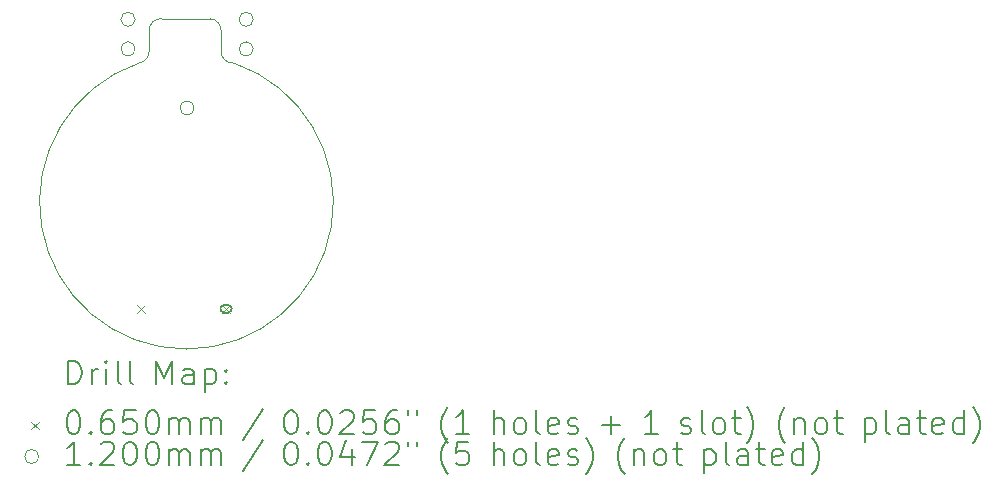
<source format=gbr>
%TF.GenerationSoftware,KiCad,Pcbnew,(7.0.0)*%
%TF.CreationDate,2023-10-08T10:20:44-07:00*%
%TF.ProjectId,Dot-LED,446f742d-4c45-4442-9e6b-696361645f70,rev?*%
%TF.SameCoordinates,Original*%
%TF.FileFunction,Drillmap*%
%TF.FilePolarity,Positive*%
%FSLAX45Y45*%
G04 Gerber Fmt 4.5, Leading zero omitted, Abs format (unit mm)*
G04 Created by KiCad (PCBNEW (7.0.0)) date 2023-10-08 10:20:44*
%MOMM*%
%LPD*%
G01*
G04 APERTURE LIST*
%ADD10C,0.125000*%
%ADD11C,0.200000*%
%ADD12C,0.065000*%
%ADD13C,0.120000*%
G04 APERTURE END LIST*
D10*
X12905000Y-4025000D02*
X12493877Y-4024014D01*
X12993807Y-4125485D02*
G75*
G03*
X12905000Y-4025000I-101247J5D01*
G01*
X12299829Y-4399498D02*
G75*
G03*
X13103063Y-4400485I400170J-1177811D01*
G01*
X12384497Y-4299014D02*
X12383378Y-4124014D01*
X12298377Y-4399009D02*
G75*
G03*
X12384497Y-4299014I-14998J99999D01*
G01*
X12992556Y-4300485D02*
G75*
G03*
X13103063Y-4400485I100504J5D01*
G01*
X12992565Y-4300485D02*
X12993683Y-4125485D01*
X12493878Y-4024007D02*
G75*
G03*
X12383378Y-4124014I-9998J-100003D01*
G01*
D11*
D12*
X12282500Y-6447500D02*
X12347500Y-6512500D01*
X12347500Y-6447500D02*
X12282500Y-6512500D01*
X13002500Y-6447500D02*
X13067500Y-6512500D01*
X13067500Y-6447500D02*
X13002500Y-6512500D01*
D11*
X13020000Y-6512500D02*
X13050000Y-6512500D01*
X13050000Y-6512500D02*
G75*
G03*
X13050000Y-6447500I0J32500D01*
G01*
X13050000Y-6447500D02*
X13020000Y-6447500D01*
X13020000Y-6447500D02*
G75*
G03*
X13020000Y-6512500I0J-32500D01*
G01*
D13*
X12265000Y-4030000D02*
G75*
G03*
X12265000Y-4030000I-60000J0D01*
G01*
X12265000Y-4280000D02*
G75*
G03*
X12265000Y-4280000I-60000J0D01*
G01*
X12765000Y-4780000D02*
G75*
G03*
X12765000Y-4780000I-60000J0D01*
G01*
X13265000Y-4030000D02*
G75*
G03*
X13265000Y-4030000I-60000J0D01*
G01*
X13265000Y-4280000D02*
G75*
G03*
X13265000Y-4280000I-60000J0D01*
G01*
D11*
X11697433Y-7120971D02*
X11697433Y-6920971D01*
X11697433Y-6920971D02*
X11745052Y-6920971D01*
X11745052Y-6920971D02*
X11773624Y-6930495D01*
X11773624Y-6930495D02*
X11792671Y-6949543D01*
X11792671Y-6949543D02*
X11802195Y-6968590D01*
X11802195Y-6968590D02*
X11811719Y-7006686D01*
X11811719Y-7006686D02*
X11811719Y-7035257D01*
X11811719Y-7035257D02*
X11802195Y-7073352D01*
X11802195Y-7073352D02*
X11792671Y-7092400D01*
X11792671Y-7092400D02*
X11773624Y-7111447D01*
X11773624Y-7111447D02*
X11745052Y-7120971D01*
X11745052Y-7120971D02*
X11697433Y-7120971D01*
X11897433Y-7120971D02*
X11897433Y-6987638D01*
X11897433Y-7025733D02*
X11906957Y-7006686D01*
X11906957Y-7006686D02*
X11916481Y-6997162D01*
X11916481Y-6997162D02*
X11935528Y-6987638D01*
X11935528Y-6987638D02*
X11954576Y-6987638D01*
X12021243Y-7120971D02*
X12021243Y-6987638D01*
X12021243Y-6920971D02*
X12011719Y-6930495D01*
X12011719Y-6930495D02*
X12021243Y-6940019D01*
X12021243Y-6940019D02*
X12030766Y-6930495D01*
X12030766Y-6930495D02*
X12021243Y-6920971D01*
X12021243Y-6920971D02*
X12021243Y-6940019D01*
X12145052Y-7120971D02*
X12126005Y-7111447D01*
X12126005Y-7111447D02*
X12116481Y-7092400D01*
X12116481Y-7092400D02*
X12116481Y-6920971D01*
X12249814Y-7120971D02*
X12230766Y-7111447D01*
X12230766Y-7111447D02*
X12221243Y-7092400D01*
X12221243Y-7092400D02*
X12221243Y-6920971D01*
X12446005Y-7120971D02*
X12446005Y-6920971D01*
X12446005Y-6920971D02*
X12512671Y-7063828D01*
X12512671Y-7063828D02*
X12579338Y-6920971D01*
X12579338Y-6920971D02*
X12579338Y-7120971D01*
X12760290Y-7120971D02*
X12760290Y-7016209D01*
X12760290Y-7016209D02*
X12750766Y-6997162D01*
X12750766Y-6997162D02*
X12731719Y-6987638D01*
X12731719Y-6987638D02*
X12693624Y-6987638D01*
X12693624Y-6987638D02*
X12674576Y-6997162D01*
X12760290Y-7111447D02*
X12741243Y-7120971D01*
X12741243Y-7120971D02*
X12693624Y-7120971D01*
X12693624Y-7120971D02*
X12674576Y-7111447D01*
X12674576Y-7111447D02*
X12665052Y-7092400D01*
X12665052Y-7092400D02*
X12665052Y-7073352D01*
X12665052Y-7073352D02*
X12674576Y-7054305D01*
X12674576Y-7054305D02*
X12693624Y-7044781D01*
X12693624Y-7044781D02*
X12741243Y-7044781D01*
X12741243Y-7044781D02*
X12760290Y-7035257D01*
X12855528Y-6987638D02*
X12855528Y-7187638D01*
X12855528Y-6997162D02*
X12874576Y-6987638D01*
X12874576Y-6987638D02*
X12912671Y-6987638D01*
X12912671Y-6987638D02*
X12931719Y-6997162D01*
X12931719Y-6997162D02*
X12941243Y-7006686D01*
X12941243Y-7006686D02*
X12950766Y-7025733D01*
X12950766Y-7025733D02*
X12950766Y-7082876D01*
X12950766Y-7082876D02*
X12941243Y-7101924D01*
X12941243Y-7101924D02*
X12931719Y-7111447D01*
X12931719Y-7111447D02*
X12912671Y-7120971D01*
X12912671Y-7120971D02*
X12874576Y-7120971D01*
X12874576Y-7120971D02*
X12855528Y-7111447D01*
X13036481Y-7101924D02*
X13046005Y-7111447D01*
X13046005Y-7111447D02*
X13036481Y-7120971D01*
X13036481Y-7120971D02*
X13026957Y-7111447D01*
X13026957Y-7111447D02*
X13036481Y-7101924D01*
X13036481Y-7101924D02*
X13036481Y-7120971D01*
X13036481Y-6997162D02*
X13046005Y-7006686D01*
X13046005Y-7006686D02*
X13036481Y-7016209D01*
X13036481Y-7016209D02*
X13026957Y-7006686D01*
X13026957Y-7006686D02*
X13036481Y-6997162D01*
X13036481Y-6997162D02*
X13036481Y-7016209D01*
D12*
X11384814Y-7434995D02*
X11449814Y-7499995D01*
X11449814Y-7434995D02*
X11384814Y-7499995D01*
D11*
X11735528Y-7340971D02*
X11754576Y-7340971D01*
X11754576Y-7340971D02*
X11773624Y-7350495D01*
X11773624Y-7350495D02*
X11783147Y-7360019D01*
X11783147Y-7360019D02*
X11792671Y-7379067D01*
X11792671Y-7379067D02*
X11802195Y-7417162D01*
X11802195Y-7417162D02*
X11802195Y-7464781D01*
X11802195Y-7464781D02*
X11792671Y-7502876D01*
X11792671Y-7502876D02*
X11783147Y-7521924D01*
X11783147Y-7521924D02*
X11773624Y-7531447D01*
X11773624Y-7531447D02*
X11754576Y-7540971D01*
X11754576Y-7540971D02*
X11735528Y-7540971D01*
X11735528Y-7540971D02*
X11716481Y-7531447D01*
X11716481Y-7531447D02*
X11706957Y-7521924D01*
X11706957Y-7521924D02*
X11697433Y-7502876D01*
X11697433Y-7502876D02*
X11687909Y-7464781D01*
X11687909Y-7464781D02*
X11687909Y-7417162D01*
X11687909Y-7417162D02*
X11697433Y-7379067D01*
X11697433Y-7379067D02*
X11706957Y-7360019D01*
X11706957Y-7360019D02*
X11716481Y-7350495D01*
X11716481Y-7350495D02*
X11735528Y-7340971D01*
X11887909Y-7521924D02*
X11897433Y-7531447D01*
X11897433Y-7531447D02*
X11887909Y-7540971D01*
X11887909Y-7540971D02*
X11878386Y-7531447D01*
X11878386Y-7531447D02*
X11887909Y-7521924D01*
X11887909Y-7521924D02*
X11887909Y-7540971D01*
X12068862Y-7340971D02*
X12030766Y-7340971D01*
X12030766Y-7340971D02*
X12011719Y-7350495D01*
X12011719Y-7350495D02*
X12002195Y-7360019D01*
X12002195Y-7360019D02*
X11983147Y-7388590D01*
X11983147Y-7388590D02*
X11973624Y-7426686D01*
X11973624Y-7426686D02*
X11973624Y-7502876D01*
X11973624Y-7502876D02*
X11983147Y-7521924D01*
X11983147Y-7521924D02*
X11992671Y-7531447D01*
X11992671Y-7531447D02*
X12011719Y-7540971D01*
X12011719Y-7540971D02*
X12049814Y-7540971D01*
X12049814Y-7540971D02*
X12068862Y-7531447D01*
X12068862Y-7531447D02*
X12078386Y-7521924D01*
X12078386Y-7521924D02*
X12087909Y-7502876D01*
X12087909Y-7502876D02*
X12087909Y-7455257D01*
X12087909Y-7455257D02*
X12078386Y-7436209D01*
X12078386Y-7436209D02*
X12068862Y-7426686D01*
X12068862Y-7426686D02*
X12049814Y-7417162D01*
X12049814Y-7417162D02*
X12011719Y-7417162D01*
X12011719Y-7417162D02*
X11992671Y-7426686D01*
X11992671Y-7426686D02*
X11983147Y-7436209D01*
X11983147Y-7436209D02*
X11973624Y-7455257D01*
X12268862Y-7340971D02*
X12173624Y-7340971D01*
X12173624Y-7340971D02*
X12164100Y-7436209D01*
X12164100Y-7436209D02*
X12173624Y-7426686D01*
X12173624Y-7426686D02*
X12192671Y-7417162D01*
X12192671Y-7417162D02*
X12240290Y-7417162D01*
X12240290Y-7417162D02*
X12259338Y-7426686D01*
X12259338Y-7426686D02*
X12268862Y-7436209D01*
X12268862Y-7436209D02*
X12278386Y-7455257D01*
X12278386Y-7455257D02*
X12278386Y-7502876D01*
X12278386Y-7502876D02*
X12268862Y-7521924D01*
X12268862Y-7521924D02*
X12259338Y-7531447D01*
X12259338Y-7531447D02*
X12240290Y-7540971D01*
X12240290Y-7540971D02*
X12192671Y-7540971D01*
X12192671Y-7540971D02*
X12173624Y-7531447D01*
X12173624Y-7531447D02*
X12164100Y-7521924D01*
X12402195Y-7340971D02*
X12421243Y-7340971D01*
X12421243Y-7340971D02*
X12440290Y-7350495D01*
X12440290Y-7350495D02*
X12449814Y-7360019D01*
X12449814Y-7360019D02*
X12459338Y-7379067D01*
X12459338Y-7379067D02*
X12468862Y-7417162D01*
X12468862Y-7417162D02*
X12468862Y-7464781D01*
X12468862Y-7464781D02*
X12459338Y-7502876D01*
X12459338Y-7502876D02*
X12449814Y-7521924D01*
X12449814Y-7521924D02*
X12440290Y-7531447D01*
X12440290Y-7531447D02*
X12421243Y-7540971D01*
X12421243Y-7540971D02*
X12402195Y-7540971D01*
X12402195Y-7540971D02*
X12383147Y-7531447D01*
X12383147Y-7531447D02*
X12373624Y-7521924D01*
X12373624Y-7521924D02*
X12364100Y-7502876D01*
X12364100Y-7502876D02*
X12354576Y-7464781D01*
X12354576Y-7464781D02*
X12354576Y-7417162D01*
X12354576Y-7417162D02*
X12364100Y-7379067D01*
X12364100Y-7379067D02*
X12373624Y-7360019D01*
X12373624Y-7360019D02*
X12383147Y-7350495D01*
X12383147Y-7350495D02*
X12402195Y-7340971D01*
X12554576Y-7540971D02*
X12554576Y-7407638D01*
X12554576Y-7426686D02*
X12564100Y-7417162D01*
X12564100Y-7417162D02*
X12583147Y-7407638D01*
X12583147Y-7407638D02*
X12611719Y-7407638D01*
X12611719Y-7407638D02*
X12630767Y-7417162D01*
X12630767Y-7417162D02*
X12640290Y-7436209D01*
X12640290Y-7436209D02*
X12640290Y-7540971D01*
X12640290Y-7436209D02*
X12649814Y-7417162D01*
X12649814Y-7417162D02*
X12668862Y-7407638D01*
X12668862Y-7407638D02*
X12697433Y-7407638D01*
X12697433Y-7407638D02*
X12716481Y-7417162D01*
X12716481Y-7417162D02*
X12726005Y-7436209D01*
X12726005Y-7436209D02*
X12726005Y-7540971D01*
X12821243Y-7540971D02*
X12821243Y-7407638D01*
X12821243Y-7426686D02*
X12830767Y-7417162D01*
X12830767Y-7417162D02*
X12849814Y-7407638D01*
X12849814Y-7407638D02*
X12878386Y-7407638D01*
X12878386Y-7407638D02*
X12897433Y-7417162D01*
X12897433Y-7417162D02*
X12906957Y-7436209D01*
X12906957Y-7436209D02*
X12906957Y-7540971D01*
X12906957Y-7436209D02*
X12916481Y-7417162D01*
X12916481Y-7417162D02*
X12935528Y-7407638D01*
X12935528Y-7407638D02*
X12964100Y-7407638D01*
X12964100Y-7407638D02*
X12983148Y-7417162D01*
X12983148Y-7417162D02*
X12992671Y-7436209D01*
X12992671Y-7436209D02*
X12992671Y-7540971D01*
X13350767Y-7331447D02*
X13179338Y-7588590D01*
X13575528Y-7340971D02*
X13594576Y-7340971D01*
X13594576Y-7340971D02*
X13613624Y-7350495D01*
X13613624Y-7350495D02*
X13623148Y-7360019D01*
X13623148Y-7360019D02*
X13632671Y-7379067D01*
X13632671Y-7379067D02*
X13642195Y-7417162D01*
X13642195Y-7417162D02*
X13642195Y-7464781D01*
X13642195Y-7464781D02*
X13632671Y-7502876D01*
X13632671Y-7502876D02*
X13623148Y-7521924D01*
X13623148Y-7521924D02*
X13613624Y-7531447D01*
X13613624Y-7531447D02*
X13594576Y-7540971D01*
X13594576Y-7540971D02*
X13575528Y-7540971D01*
X13575528Y-7540971D02*
X13556481Y-7531447D01*
X13556481Y-7531447D02*
X13546957Y-7521924D01*
X13546957Y-7521924D02*
X13537433Y-7502876D01*
X13537433Y-7502876D02*
X13527909Y-7464781D01*
X13527909Y-7464781D02*
X13527909Y-7417162D01*
X13527909Y-7417162D02*
X13537433Y-7379067D01*
X13537433Y-7379067D02*
X13546957Y-7360019D01*
X13546957Y-7360019D02*
X13556481Y-7350495D01*
X13556481Y-7350495D02*
X13575528Y-7340971D01*
X13727909Y-7521924D02*
X13737433Y-7531447D01*
X13737433Y-7531447D02*
X13727909Y-7540971D01*
X13727909Y-7540971D02*
X13718386Y-7531447D01*
X13718386Y-7531447D02*
X13727909Y-7521924D01*
X13727909Y-7521924D02*
X13727909Y-7540971D01*
X13861243Y-7340971D02*
X13880290Y-7340971D01*
X13880290Y-7340971D02*
X13899338Y-7350495D01*
X13899338Y-7350495D02*
X13908862Y-7360019D01*
X13908862Y-7360019D02*
X13918386Y-7379067D01*
X13918386Y-7379067D02*
X13927909Y-7417162D01*
X13927909Y-7417162D02*
X13927909Y-7464781D01*
X13927909Y-7464781D02*
X13918386Y-7502876D01*
X13918386Y-7502876D02*
X13908862Y-7521924D01*
X13908862Y-7521924D02*
X13899338Y-7531447D01*
X13899338Y-7531447D02*
X13880290Y-7540971D01*
X13880290Y-7540971D02*
X13861243Y-7540971D01*
X13861243Y-7540971D02*
X13842195Y-7531447D01*
X13842195Y-7531447D02*
X13832671Y-7521924D01*
X13832671Y-7521924D02*
X13823148Y-7502876D01*
X13823148Y-7502876D02*
X13813624Y-7464781D01*
X13813624Y-7464781D02*
X13813624Y-7417162D01*
X13813624Y-7417162D02*
X13823148Y-7379067D01*
X13823148Y-7379067D02*
X13832671Y-7360019D01*
X13832671Y-7360019D02*
X13842195Y-7350495D01*
X13842195Y-7350495D02*
X13861243Y-7340971D01*
X14004100Y-7360019D02*
X14013624Y-7350495D01*
X14013624Y-7350495D02*
X14032671Y-7340971D01*
X14032671Y-7340971D02*
X14080290Y-7340971D01*
X14080290Y-7340971D02*
X14099338Y-7350495D01*
X14099338Y-7350495D02*
X14108862Y-7360019D01*
X14108862Y-7360019D02*
X14118386Y-7379067D01*
X14118386Y-7379067D02*
X14118386Y-7398114D01*
X14118386Y-7398114D02*
X14108862Y-7426686D01*
X14108862Y-7426686D02*
X13994576Y-7540971D01*
X13994576Y-7540971D02*
X14118386Y-7540971D01*
X14299338Y-7340971D02*
X14204100Y-7340971D01*
X14204100Y-7340971D02*
X14194576Y-7436209D01*
X14194576Y-7436209D02*
X14204100Y-7426686D01*
X14204100Y-7426686D02*
X14223148Y-7417162D01*
X14223148Y-7417162D02*
X14270767Y-7417162D01*
X14270767Y-7417162D02*
X14289814Y-7426686D01*
X14289814Y-7426686D02*
X14299338Y-7436209D01*
X14299338Y-7436209D02*
X14308862Y-7455257D01*
X14308862Y-7455257D02*
X14308862Y-7502876D01*
X14308862Y-7502876D02*
X14299338Y-7521924D01*
X14299338Y-7521924D02*
X14289814Y-7531447D01*
X14289814Y-7531447D02*
X14270767Y-7540971D01*
X14270767Y-7540971D02*
X14223148Y-7540971D01*
X14223148Y-7540971D02*
X14204100Y-7531447D01*
X14204100Y-7531447D02*
X14194576Y-7521924D01*
X14480290Y-7340971D02*
X14442195Y-7340971D01*
X14442195Y-7340971D02*
X14423148Y-7350495D01*
X14423148Y-7350495D02*
X14413624Y-7360019D01*
X14413624Y-7360019D02*
X14394576Y-7388590D01*
X14394576Y-7388590D02*
X14385052Y-7426686D01*
X14385052Y-7426686D02*
X14385052Y-7502876D01*
X14385052Y-7502876D02*
X14394576Y-7521924D01*
X14394576Y-7521924D02*
X14404100Y-7531447D01*
X14404100Y-7531447D02*
X14423148Y-7540971D01*
X14423148Y-7540971D02*
X14461243Y-7540971D01*
X14461243Y-7540971D02*
X14480290Y-7531447D01*
X14480290Y-7531447D02*
X14489814Y-7521924D01*
X14489814Y-7521924D02*
X14499338Y-7502876D01*
X14499338Y-7502876D02*
X14499338Y-7455257D01*
X14499338Y-7455257D02*
X14489814Y-7436209D01*
X14489814Y-7436209D02*
X14480290Y-7426686D01*
X14480290Y-7426686D02*
X14461243Y-7417162D01*
X14461243Y-7417162D02*
X14423148Y-7417162D01*
X14423148Y-7417162D02*
X14404100Y-7426686D01*
X14404100Y-7426686D02*
X14394576Y-7436209D01*
X14394576Y-7436209D02*
X14385052Y-7455257D01*
X14575529Y-7340971D02*
X14575529Y-7379067D01*
X14651719Y-7340971D02*
X14651719Y-7379067D01*
X14914576Y-7617162D02*
X14905052Y-7607638D01*
X14905052Y-7607638D02*
X14886005Y-7579067D01*
X14886005Y-7579067D02*
X14876481Y-7560019D01*
X14876481Y-7560019D02*
X14866957Y-7531447D01*
X14866957Y-7531447D02*
X14857433Y-7483828D01*
X14857433Y-7483828D02*
X14857433Y-7445733D01*
X14857433Y-7445733D02*
X14866957Y-7398114D01*
X14866957Y-7398114D02*
X14876481Y-7369543D01*
X14876481Y-7369543D02*
X14886005Y-7350495D01*
X14886005Y-7350495D02*
X14905052Y-7321924D01*
X14905052Y-7321924D02*
X14914576Y-7312400D01*
X15095529Y-7540971D02*
X14981243Y-7540971D01*
X15038386Y-7540971D02*
X15038386Y-7340971D01*
X15038386Y-7340971D02*
X15019338Y-7369543D01*
X15019338Y-7369543D02*
X15000290Y-7388590D01*
X15000290Y-7388590D02*
X14981243Y-7398114D01*
X15301243Y-7540971D02*
X15301243Y-7340971D01*
X15386957Y-7540971D02*
X15386957Y-7436209D01*
X15386957Y-7436209D02*
X15377433Y-7417162D01*
X15377433Y-7417162D02*
X15358386Y-7407638D01*
X15358386Y-7407638D02*
X15329814Y-7407638D01*
X15329814Y-7407638D02*
X15310767Y-7417162D01*
X15310767Y-7417162D02*
X15301243Y-7426686D01*
X15510767Y-7540971D02*
X15491719Y-7531447D01*
X15491719Y-7531447D02*
X15482195Y-7521924D01*
X15482195Y-7521924D02*
X15472671Y-7502876D01*
X15472671Y-7502876D02*
X15472671Y-7445733D01*
X15472671Y-7445733D02*
X15482195Y-7426686D01*
X15482195Y-7426686D02*
X15491719Y-7417162D01*
X15491719Y-7417162D02*
X15510767Y-7407638D01*
X15510767Y-7407638D02*
X15539338Y-7407638D01*
X15539338Y-7407638D02*
X15558386Y-7417162D01*
X15558386Y-7417162D02*
X15567910Y-7426686D01*
X15567910Y-7426686D02*
X15577433Y-7445733D01*
X15577433Y-7445733D02*
X15577433Y-7502876D01*
X15577433Y-7502876D02*
X15567910Y-7521924D01*
X15567910Y-7521924D02*
X15558386Y-7531447D01*
X15558386Y-7531447D02*
X15539338Y-7540971D01*
X15539338Y-7540971D02*
X15510767Y-7540971D01*
X15691719Y-7540971D02*
X15672671Y-7531447D01*
X15672671Y-7531447D02*
X15663148Y-7512400D01*
X15663148Y-7512400D02*
X15663148Y-7340971D01*
X15844100Y-7531447D02*
X15825052Y-7540971D01*
X15825052Y-7540971D02*
X15786957Y-7540971D01*
X15786957Y-7540971D02*
X15767910Y-7531447D01*
X15767910Y-7531447D02*
X15758386Y-7512400D01*
X15758386Y-7512400D02*
X15758386Y-7436209D01*
X15758386Y-7436209D02*
X15767910Y-7417162D01*
X15767910Y-7417162D02*
X15786957Y-7407638D01*
X15786957Y-7407638D02*
X15825052Y-7407638D01*
X15825052Y-7407638D02*
X15844100Y-7417162D01*
X15844100Y-7417162D02*
X15853624Y-7436209D01*
X15853624Y-7436209D02*
X15853624Y-7455257D01*
X15853624Y-7455257D02*
X15758386Y-7474305D01*
X15929814Y-7531447D02*
X15948862Y-7540971D01*
X15948862Y-7540971D02*
X15986957Y-7540971D01*
X15986957Y-7540971D02*
X16006005Y-7531447D01*
X16006005Y-7531447D02*
X16015529Y-7512400D01*
X16015529Y-7512400D02*
X16015529Y-7502876D01*
X16015529Y-7502876D02*
X16006005Y-7483828D01*
X16006005Y-7483828D02*
X15986957Y-7474305D01*
X15986957Y-7474305D02*
X15958386Y-7474305D01*
X15958386Y-7474305D02*
X15939338Y-7464781D01*
X15939338Y-7464781D02*
X15929814Y-7445733D01*
X15929814Y-7445733D02*
X15929814Y-7436209D01*
X15929814Y-7436209D02*
X15939338Y-7417162D01*
X15939338Y-7417162D02*
X15958386Y-7407638D01*
X15958386Y-7407638D02*
X15986957Y-7407638D01*
X15986957Y-7407638D02*
X16006005Y-7417162D01*
X16221243Y-7464781D02*
X16373624Y-7464781D01*
X16297433Y-7540971D02*
X16297433Y-7388590D01*
X16693624Y-7540971D02*
X16579338Y-7540971D01*
X16636481Y-7540971D02*
X16636481Y-7340971D01*
X16636481Y-7340971D02*
X16617433Y-7369543D01*
X16617433Y-7369543D02*
X16598386Y-7388590D01*
X16598386Y-7388590D02*
X16579338Y-7398114D01*
X16889814Y-7531447D02*
X16908862Y-7540971D01*
X16908862Y-7540971D02*
X16946957Y-7540971D01*
X16946957Y-7540971D02*
X16966005Y-7531447D01*
X16966005Y-7531447D02*
X16975529Y-7512400D01*
X16975529Y-7512400D02*
X16975529Y-7502876D01*
X16975529Y-7502876D02*
X16966005Y-7483828D01*
X16966005Y-7483828D02*
X16946957Y-7474305D01*
X16946957Y-7474305D02*
X16918386Y-7474305D01*
X16918386Y-7474305D02*
X16899338Y-7464781D01*
X16899338Y-7464781D02*
X16889814Y-7445733D01*
X16889814Y-7445733D02*
X16889814Y-7436209D01*
X16889814Y-7436209D02*
X16899338Y-7417162D01*
X16899338Y-7417162D02*
X16918386Y-7407638D01*
X16918386Y-7407638D02*
X16946957Y-7407638D01*
X16946957Y-7407638D02*
X16966005Y-7417162D01*
X17089814Y-7540971D02*
X17070767Y-7531447D01*
X17070767Y-7531447D02*
X17061243Y-7512400D01*
X17061243Y-7512400D02*
X17061243Y-7340971D01*
X17194576Y-7540971D02*
X17175529Y-7531447D01*
X17175529Y-7531447D02*
X17166005Y-7521924D01*
X17166005Y-7521924D02*
X17156481Y-7502876D01*
X17156481Y-7502876D02*
X17156481Y-7445733D01*
X17156481Y-7445733D02*
X17166005Y-7426686D01*
X17166005Y-7426686D02*
X17175529Y-7417162D01*
X17175529Y-7417162D02*
X17194576Y-7407638D01*
X17194576Y-7407638D02*
X17223148Y-7407638D01*
X17223148Y-7407638D02*
X17242195Y-7417162D01*
X17242195Y-7417162D02*
X17251719Y-7426686D01*
X17251719Y-7426686D02*
X17261243Y-7445733D01*
X17261243Y-7445733D02*
X17261243Y-7502876D01*
X17261243Y-7502876D02*
X17251719Y-7521924D01*
X17251719Y-7521924D02*
X17242195Y-7531447D01*
X17242195Y-7531447D02*
X17223148Y-7540971D01*
X17223148Y-7540971D02*
X17194576Y-7540971D01*
X17318386Y-7407638D02*
X17394576Y-7407638D01*
X17346957Y-7340971D02*
X17346957Y-7512400D01*
X17346957Y-7512400D02*
X17356481Y-7531447D01*
X17356481Y-7531447D02*
X17375529Y-7540971D01*
X17375529Y-7540971D02*
X17394576Y-7540971D01*
X17442195Y-7617162D02*
X17451719Y-7607638D01*
X17451719Y-7607638D02*
X17470767Y-7579067D01*
X17470767Y-7579067D02*
X17480291Y-7560019D01*
X17480291Y-7560019D02*
X17489814Y-7531447D01*
X17489814Y-7531447D02*
X17499338Y-7483828D01*
X17499338Y-7483828D02*
X17499338Y-7445733D01*
X17499338Y-7445733D02*
X17489814Y-7398114D01*
X17489814Y-7398114D02*
X17480291Y-7369543D01*
X17480291Y-7369543D02*
X17470767Y-7350495D01*
X17470767Y-7350495D02*
X17451719Y-7321924D01*
X17451719Y-7321924D02*
X17442195Y-7312400D01*
X17771719Y-7617162D02*
X17762195Y-7607638D01*
X17762195Y-7607638D02*
X17743148Y-7579067D01*
X17743148Y-7579067D02*
X17733624Y-7560019D01*
X17733624Y-7560019D02*
X17724100Y-7531447D01*
X17724100Y-7531447D02*
X17714576Y-7483828D01*
X17714576Y-7483828D02*
X17714576Y-7445733D01*
X17714576Y-7445733D02*
X17724100Y-7398114D01*
X17724100Y-7398114D02*
X17733624Y-7369543D01*
X17733624Y-7369543D02*
X17743148Y-7350495D01*
X17743148Y-7350495D02*
X17762195Y-7321924D01*
X17762195Y-7321924D02*
X17771719Y-7312400D01*
X17847910Y-7407638D02*
X17847910Y-7540971D01*
X17847910Y-7426686D02*
X17857433Y-7417162D01*
X17857433Y-7417162D02*
X17876481Y-7407638D01*
X17876481Y-7407638D02*
X17905053Y-7407638D01*
X17905053Y-7407638D02*
X17924100Y-7417162D01*
X17924100Y-7417162D02*
X17933624Y-7436209D01*
X17933624Y-7436209D02*
X17933624Y-7540971D01*
X18057433Y-7540971D02*
X18038386Y-7531447D01*
X18038386Y-7531447D02*
X18028862Y-7521924D01*
X18028862Y-7521924D02*
X18019338Y-7502876D01*
X18019338Y-7502876D02*
X18019338Y-7445733D01*
X18019338Y-7445733D02*
X18028862Y-7426686D01*
X18028862Y-7426686D02*
X18038386Y-7417162D01*
X18038386Y-7417162D02*
X18057433Y-7407638D01*
X18057433Y-7407638D02*
X18086005Y-7407638D01*
X18086005Y-7407638D02*
X18105053Y-7417162D01*
X18105053Y-7417162D02*
X18114576Y-7426686D01*
X18114576Y-7426686D02*
X18124100Y-7445733D01*
X18124100Y-7445733D02*
X18124100Y-7502876D01*
X18124100Y-7502876D02*
X18114576Y-7521924D01*
X18114576Y-7521924D02*
X18105053Y-7531447D01*
X18105053Y-7531447D02*
X18086005Y-7540971D01*
X18086005Y-7540971D02*
X18057433Y-7540971D01*
X18181243Y-7407638D02*
X18257433Y-7407638D01*
X18209814Y-7340971D02*
X18209814Y-7512400D01*
X18209814Y-7512400D02*
X18219338Y-7531447D01*
X18219338Y-7531447D02*
X18238386Y-7540971D01*
X18238386Y-7540971D02*
X18257433Y-7540971D01*
X18444100Y-7407638D02*
X18444100Y-7607638D01*
X18444100Y-7417162D02*
X18463148Y-7407638D01*
X18463148Y-7407638D02*
X18501243Y-7407638D01*
X18501243Y-7407638D02*
X18520291Y-7417162D01*
X18520291Y-7417162D02*
X18529814Y-7426686D01*
X18529814Y-7426686D02*
X18539338Y-7445733D01*
X18539338Y-7445733D02*
X18539338Y-7502876D01*
X18539338Y-7502876D02*
X18529814Y-7521924D01*
X18529814Y-7521924D02*
X18520291Y-7531447D01*
X18520291Y-7531447D02*
X18501243Y-7540971D01*
X18501243Y-7540971D02*
X18463148Y-7540971D01*
X18463148Y-7540971D02*
X18444100Y-7531447D01*
X18653624Y-7540971D02*
X18634576Y-7531447D01*
X18634576Y-7531447D02*
X18625053Y-7512400D01*
X18625053Y-7512400D02*
X18625053Y-7340971D01*
X18815529Y-7540971D02*
X18815529Y-7436209D01*
X18815529Y-7436209D02*
X18806005Y-7417162D01*
X18806005Y-7417162D02*
X18786957Y-7407638D01*
X18786957Y-7407638D02*
X18748862Y-7407638D01*
X18748862Y-7407638D02*
X18729814Y-7417162D01*
X18815529Y-7531447D02*
X18796481Y-7540971D01*
X18796481Y-7540971D02*
X18748862Y-7540971D01*
X18748862Y-7540971D02*
X18729814Y-7531447D01*
X18729814Y-7531447D02*
X18720291Y-7512400D01*
X18720291Y-7512400D02*
X18720291Y-7493352D01*
X18720291Y-7493352D02*
X18729814Y-7474305D01*
X18729814Y-7474305D02*
X18748862Y-7464781D01*
X18748862Y-7464781D02*
X18796481Y-7464781D01*
X18796481Y-7464781D02*
X18815529Y-7455257D01*
X18882195Y-7407638D02*
X18958386Y-7407638D01*
X18910767Y-7340971D02*
X18910767Y-7512400D01*
X18910767Y-7512400D02*
X18920291Y-7531447D01*
X18920291Y-7531447D02*
X18939338Y-7540971D01*
X18939338Y-7540971D02*
X18958386Y-7540971D01*
X19101243Y-7531447D02*
X19082195Y-7540971D01*
X19082195Y-7540971D02*
X19044100Y-7540971D01*
X19044100Y-7540971D02*
X19025053Y-7531447D01*
X19025053Y-7531447D02*
X19015529Y-7512400D01*
X19015529Y-7512400D02*
X19015529Y-7436209D01*
X19015529Y-7436209D02*
X19025053Y-7417162D01*
X19025053Y-7417162D02*
X19044100Y-7407638D01*
X19044100Y-7407638D02*
X19082195Y-7407638D01*
X19082195Y-7407638D02*
X19101243Y-7417162D01*
X19101243Y-7417162D02*
X19110767Y-7436209D01*
X19110767Y-7436209D02*
X19110767Y-7455257D01*
X19110767Y-7455257D02*
X19015529Y-7474305D01*
X19282195Y-7540971D02*
X19282195Y-7340971D01*
X19282195Y-7531447D02*
X19263148Y-7540971D01*
X19263148Y-7540971D02*
X19225053Y-7540971D01*
X19225053Y-7540971D02*
X19206005Y-7531447D01*
X19206005Y-7531447D02*
X19196481Y-7521924D01*
X19196481Y-7521924D02*
X19186957Y-7502876D01*
X19186957Y-7502876D02*
X19186957Y-7445733D01*
X19186957Y-7445733D02*
X19196481Y-7426686D01*
X19196481Y-7426686D02*
X19206005Y-7417162D01*
X19206005Y-7417162D02*
X19225053Y-7407638D01*
X19225053Y-7407638D02*
X19263148Y-7407638D01*
X19263148Y-7407638D02*
X19282195Y-7417162D01*
X19358386Y-7617162D02*
X19367910Y-7607638D01*
X19367910Y-7607638D02*
X19386957Y-7579067D01*
X19386957Y-7579067D02*
X19396481Y-7560019D01*
X19396481Y-7560019D02*
X19406005Y-7531447D01*
X19406005Y-7531447D02*
X19415529Y-7483828D01*
X19415529Y-7483828D02*
X19415529Y-7445733D01*
X19415529Y-7445733D02*
X19406005Y-7398114D01*
X19406005Y-7398114D02*
X19396481Y-7369543D01*
X19396481Y-7369543D02*
X19386957Y-7350495D01*
X19386957Y-7350495D02*
X19367910Y-7321924D01*
X19367910Y-7321924D02*
X19358386Y-7312400D01*
D13*
X11449814Y-7731495D02*
G75*
G03*
X11449814Y-7731495I-60000J0D01*
G01*
D11*
X11802195Y-7804971D02*
X11687909Y-7804971D01*
X11745052Y-7804971D02*
X11745052Y-7604971D01*
X11745052Y-7604971D02*
X11726005Y-7633543D01*
X11726005Y-7633543D02*
X11706957Y-7652590D01*
X11706957Y-7652590D02*
X11687909Y-7662114D01*
X11887909Y-7785924D02*
X11897433Y-7795447D01*
X11897433Y-7795447D02*
X11887909Y-7804971D01*
X11887909Y-7804971D02*
X11878386Y-7795447D01*
X11878386Y-7795447D02*
X11887909Y-7785924D01*
X11887909Y-7785924D02*
X11887909Y-7804971D01*
X11973624Y-7624019D02*
X11983147Y-7614495D01*
X11983147Y-7614495D02*
X12002195Y-7604971D01*
X12002195Y-7604971D02*
X12049814Y-7604971D01*
X12049814Y-7604971D02*
X12068862Y-7614495D01*
X12068862Y-7614495D02*
X12078386Y-7624019D01*
X12078386Y-7624019D02*
X12087909Y-7643067D01*
X12087909Y-7643067D02*
X12087909Y-7662114D01*
X12087909Y-7662114D02*
X12078386Y-7690686D01*
X12078386Y-7690686D02*
X11964100Y-7804971D01*
X11964100Y-7804971D02*
X12087909Y-7804971D01*
X12211719Y-7604971D02*
X12230767Y-7604971D01*
X12230767Y-7604971D02*
X12249814Y-7614495D01*
X12249814Y-7614495D02*
X12259338Y-7624019D01*
X12259338Y-7624019D02*
X12268862Y-7643067D01*
X12268862Y-7643067D02*
X12278386Y-7681162D01*
X12278386Y-7681162D02*
X12278386Y-7728781D01*
X12278386Y-7728781D02*
X12268862Y-7766876D01*
X12268862Y-7766876D02*
X12259338Y-7785924D01*
X12259338Y-7785924D02*
X12249814Y-7795447D01*
X12249814Y-7795447D02*
X12230767Y-7804971D01*
X12230767Y-7804971D02*
X12211719Y-7804971D01*
X12211719Y-7804971D02*
X12192671Y-7795447D01*
X12192671Y-7795447D02*
X12183147Y-7785924D01*
X12183147Y-7785924D02*
X12173624Y-7766876D01*
X12173624Y-7766876D02*
X12164100Y-7728781D01*
X12164100Y-7728781D02*
X12164100Y-7681162D01*
X12164100Y-7681162D02*
X12173624Y-7643067D01*
X12173624Y-7643067D02*
X12183147Y-7624019D01*
X12183147Y-7624019D02*
X12192671Y-7614495D01*
X12192671Y-7614495D02*
X12211719Y-7604971D01*
X12402195Y-7604971D02*
X12421243Y-7604971D01*
X12421243Y-7604971D02*
X12440290Y-7614495D01*
X12440290Y-7614495D02*
X12449814Y-7624019D01*
X12449814Y-7624019D02*
X12459338Y-7643067D01*
X12459338Y-7643067D02*
X12468862Y-7681162D01*
X12468862Y-7681162D02*
X12468862Y-7728781D01*
X12468862Y-7728781D02*
X12459338Y-7766876D01*
X12459338Y-7766876D02*
X12449814Y-7785924D01*
X12449814Y-7785924D02*
X12440290Y-7795447D01*
X12440290Y-7795447D02*
X12421243Y-7804971D01*
X12421243Y-7804971D02*
X12402195Y-7804971D01*
X12402195Y-7804971D02*
X12383147Y-7795447D01*
X12383147Y-7795447D02*
X12373624Y-7785924D01*
X12373624Y-7785924D02*
X12364100Y-7766876D01*
X12364100Y-7766876D02*
X12354576Y-7728781D01*
X12354576Y-7728781D02*
X12354576Y-7681162D01*
X12354576Y-7681162D02*
X12364100Y-7643067D01*
X12364100Y-7643067D02*
X12373624Y-7624019D01*
X12373624Y-7624019D02*
X12383147Y-7614495D01*
X12383147Y-7614495D02*
X12402195Y-7604971D01*
X12554576Y-7804971D02*
X12554576Y-7671638D01*
X12554576Y-7690686D02*
X12564100Y-7681162D01*
X12564100Y-7681162D02*
X12583147Y-7671638D01*
X12583147Y-7671638D02*
X12611719Y-7671638D01*
X12611719Y-7671638D02*
X12630767Y-7681162D01*
X12630767Y-7681162D02*
X12640290Y-7700209D01*
X12640290Y-7700209D02*
X12640290Y-7804971D01*
X12640290Y-7700209D02*
X12649814Y-7681162D01*
X12649814Y-7681162D02*
X12668862Y-7671638D01*
X12668862Y-7671638D02*
X12697433Y-7671638D01*
X12697433Y-7671638D02*
X12716481Y-7681162D01*
X12716481Y-7681162D02*
X12726005Y-7700209D01*
X12726005Y-7700209D02*
X12726005Y-7804971D01*
X12821243Y-7804971D02*
X12821243Y-7671638D01*
X12821243Y-7690686D02*
X12830767Y-7681162D01*
X12830767Y-7681162D02*
X12849814Y-7671638D01*
X12849814Y-7671638D02*
X12878386Y-7671638D01*
X12878386Y-7671638D02*
X12897433Y-7681162D01*
X12897433Y-7681162D02*
X12906957Y-7700209D01*
X12906957Y-7700209D02*
X12906957Y-7804971D01*
X12906957Y-7700209D02*
X12916481Y-7681162D01*
X12916481Y-7681162D02*
X12935528Y-7671638D01*
X12935528Y-7671638D02*
X12964100Y-7671638D01*
X12964100Y-7671638D02*
X12983148Y-7681162D01*
X12983148Y-7681162D02*
X12992671Y-7700209D01*
X12992671Y-7700209D02*
X12992671Y-7804971D01*
X13350767Y-7595447D02*
X13179338Y-7852590D01*
X13575528Y-7604971D02*
X13594576Y-7604971D01*
X13594576Y-7604971D02*
X13613624Y-7614495D01*
X13613624Y-7614495D02*
X13623148Y-7624019D01*
X13623148Y-7624019D02*
X13632671Y-7643067D01*
X13632671Y-7643067D02*
X13642195Y-7681162D01*
X13642195Y-7681162D02*
X13642195Y-7728781D01*
X13642195Y-7728781D02*
X13632671Y-7766876D01*
X13632671Y-7766876D02*
X13623148Y-7785924D01*
X13623148Y-7785924D02*
X13613624Y-7795447D01*
X13613624Y-7795447D02*
X13594576Y-7804971D01*
X13594576Y-7804971D02*
X13575528Y-7804971D01*
X13575528Y-7804971D02*
X13556481Y-7795447D01*
X13556481Y-7795447D02*
X13546957Y-7785924D01*
X13546957Y-7785924D02*
X13537433Y-7766876D01*
X13537433Y-7766876D02*
X13527909Y-7728781D01*
X13527909Y-7728781D02*
X13527909Y-7681162D01*
X13527909Y-7681162D02*
X13537433Y-7643067D01*
X13537433Y-7643067D02*
X13546957Y-7624019D01*
X13546957Y-7624019D02*
X13556481Y-7614495D01*
X13556481Y-7614495D02*
X13575528Y-7604971D01*
X13727909Y-7785924D02*
X13737433Y-7795447D01*
X13737433Y-7795447D02*
X13727909Y-7804971D01*
X13727909Y-7804971D02*
X13718386Y-7795447D01*
X13718386Y-7795447D02*
X13727909Y-7785924D01*
X13727909Y-7785924D02*
X13727909Y-7804971D01*
X13861243Y-7604971D02*
X13880290Y-7604971D01*
X13880290Y-7604971D02*
X13899338Y-7614495D01*
X13899338Y-7614495D02*
X13908862Y-7624019D01*
X13908862Y-7624019D02*
X13918386Y-7643067D01*
X13918386Y-7643067D02*
X13927909Y-7681162D01*
X13927909Y-7681162D02*
X13927909Y-7728781D01*
X13927909Y-7728781D02*
X13918386Y-7766876D01*
X13918386Y-7766876D02*
X13908862Y-7785924D01*
X13908862Y-7785924D02*
X13899338Y-7795447D01*
X13899338Y-7795447D02*
X13880290Y-7804971D01*
X13880290Y-7804971D02*
X13861243Y-7804971D01*
X13861243Y-7804971D02*
X13842195Y-7795447D01*
X13842195Y-7795447D02*
X13832671Y-7785924D01*
X13832671Y-7785924D02*
X13823148Y-7766876D01*
X13823148Y-7766876D02*
X13813624Y-7728781D01*
X13813624Y-7728781D02*
X13813624Y-7681162D01*
X13813624Y-7681162D02*
X13823148Y-7643067D01*
X13823148Y-7643067D02*
X13832671Y-7624019D01*
X13832671Y-7624019D02*
X13842195Y-7614495D01*
X13842195Y-7614495D02*
X13861243Y-7604971D01*
X14099338Y-7671638D02*
X14099338Y-7804971D01*
X14051719Y-7595447D02*
X14004100Y-7738305D01*
X14004100Y-7738305D02*
X14127909Y-7738305D01*
X14185052Y-7604971D02*
X14318386Y-7604971D01*
X14318386Y-7604971D02*
X14232671Y-7804971D01*
X14385052Y-7624019D02*
X14394576Y-7614495D01*
X14394576Y-7614495D02*
X14413624Y-7604971D01*
X14413624Y-7604971D02*
X14461243Y-7604971D01*
X14461243Y-7604971D02*
X14480290Y-7614495D01*
X14480290Y-7614495D02*
X14489814Y-7624019D01*
X14489814Y-7624019D02*
X14499338Y-7643067D01*
X14499338Y-7643067D02*
X14499338Y-7662114D01*
X14499338Y-7662114D02*
X14489814Y-7690686D01*
X14489814Y-7690686D02*
X14375529Y-7804971D01*
X14375529Y-7804971D02*
X14499338Y-7804971D01*
X14575529Y-7604971D02*
X14575529Y-7643067D01*
X14651719Y-7604971D02*
X14651719Y-7643067D01*
X14914576Y-7881162D02*
X14905052Y-7871638D01*
X14905052Y-7871638D02*
X14886005Y-7843067D01*
X14886005Y-7843067D02*
X14876481Y-7824019D01*
X14876481Y-7824019D02*
X14866957Y-7795447D01*
X14866957Y-7795447D02*
X14857433Y-7747828D01*
X14857433Y-7747828D02*
X14857433Y-7709733D01*
X14857433Y-7709733D02*
X14866957Y-7662114D01*
X14866957Y-7662114D02*
X14876481Y-7633543D01*
X14876481Y-7633543D02*
X14886005Y-7614495D01*
X14886005Y-7614495D02*
X14905052Y-7585924D01*
X14905052Y-7585924D02*
X14914576Y-7576400D01*
X15086005Y-7604971D02*
X14990767Y-7604971D01*
X14990767Y-7604971D02*
X14981243Y-7700209D01*
X14981243Y-7700209D02*
X14990767Y-7690686D01*
X14990767Y-7690686D02*
X15009814Y-7681162D01*
X15009814Y-7681162D02*
X15057433Y-7681162D01*
X15057433Y-7681162D02*
X15076481Y-7690686D01*
X15076481Y-7690686D02*
X15086005Y-7700209D01*
X15086005Y-7700209D02*
X15095529Y-7719257D01*
X15095529Y-7719257D02*
X15095529Y-7766876D01*
X15095529Y-7766876D02*
X15086005Y-7785924D01*
X15086005Y-7785924D02*
X15076481Y-7795447D01*
X15076481Y-7795447D02*
X15057433Y-7804971D01*
X15057433Y-7804971D02*
X15009814Y-7804971D01*
X15009814Y-7804971D02*
X14990767Y-7795447D01*
X14990767Y-7795447D02*
X14981243Y-7785924D01*
X15301243Y-7804971D02*
X15301243Y-7604971D01*
X15386957Y-7804971D02*
X15386957Y-7700209D01*
X15386957Y-7700209D02*
X15377433Y-7681162D01*
X15377433Y-7681162D02*
X15358386Y-7671638D01*
X15358386Y-7671638D02*
X15329814Y-7671638D01*
X15329814Y-7671638D02*
X15310767Y-7681162D01*
X15310767Y-7681162D02*
X15301243Y-7690686D01*
X15510767Y-7804971D02*
X15491719Y-7795447D01*
X15491719Y-7795447D02*
X15482195Y-7785924D01*
X15482195Y-7785924D02*
X15472671Y-7766876D01*
X15472671Y-7766876D02*
X15472671Y-7709733D01*
X15472671Y-7709733D02*
X15482195Y-7690686D01*
X15482195Y-7690686D02*
X15491719Y-7681162D01*
X15491719Y-7681162D02*
X15510767Y-7671638D01*
X15510767Y-7671638D02*
X15539338Y-7671638D01*
X15539338Y-7671638D02*
X15558386Y-7681162D01*
X15558386Y-7681162D02*
X15567910Y-7690686D01*
X15567910Y-7690686D02*
X15577433Y-7709733D01*
X15577433Y-7709733D02*
X15577433Y-7766876D01*
X15577433Y-7766876D02*
X15567910Y-7785924D01*
X15567910Y-7785924D02*
X15558386Y-7795447D01*
X15558386Y-7795447D02*
X15539338Y-7804971D01*
X15539338Y-7804971D02*
X15510767Y-7804971D01*
X15691719Y-7804971D02*
X15672671Y-7795447D01*
X15672671Y-7795447D02*
X15663148Y-7776400D01*
X15663148Y-7776400D02*
X15663148Y-7604971D01*
X15844100Y-7795447D02*
X15825052Y-7804971D01*
X15825052Y-7804971D02*
X15786957Y-7804971D01*
X15786957Y-7804971D02*
X15767910Y-7795447D01*
X15767910Y-7795447D02*
X15758386Y-7776400D01*
X15758386Y-7776400D02*
X15758386Y-7700209D01*
X15758386Y-7700209D02*
X15767910Y-7681162D01*
X15767910Y-7681162D02*
X15786957Y-7671638D01*
X15786957Y-7671638D02*
X15825052Y-7671638D01*
X15825052Y-7671638D02*
X15844100Y-7681162D01*
X15844100Y-7681162D02*
X15853624Y-7700209D01*
X15853624Y-7700209D02*
X15853624Y-7719257D01*
X15853624Y-7719257D02*
X15758386Y-7738305D01*
X15929814Y-7795447D02*
X15948862Y-7804971D01*
X15948862Y-7804971D02*
X15986957Y-7804971D01*
X15986957Y-7804971D02*
X16006005Y-7795447D01*
X16006005Y-7795447D02*
X16015529Y-7776400D01*
X16015529Y-7776400D02*
X16015529Y-7766876D01*
X16015529Y-7766876D02*
X16006005Y-7747828D01*
X16006005Y-7747828D02*
X15986957Y-7738305D01*
X15986957Y-7738305D02*
X15958386Y-7738305D01*
X15958386Y-7738305D02*
X15939338Y-7728781D01*
X15939338Y-7728781D02*
X15929814Y-7709733D01*
X15929814Y-7709733D02*
X15929814Y-7700209D01*
X15929814Y-7700209D02*
X15939338Y-7681162D01*
X15939338Y-7681162D02*
X15958386Y-7671638D01*
X15958386Y-7671638D02*
X15986957Y-7671638D01*
X15986957Y-7671638D02*
X16006005Y-7681162D01*
X16082195Y-7881162D02*
X16091719Y-7871638D01*
X16091719Y-7871638D02*
X16110767Y-7843067D01*
X16110767Y-7843067D02*
X16120291Y-7824019D01*
X16120291Y-7824019D02*
X16129814Y-7795447D01*
X16129814Y-7795447D02*
X16139338Y-7747828D01*
X16139338Y-7747828D02*
X16139338Y-7709733D01*
X16139338Y-7709733D02*
X16129814Y-7662114D01*
X16129814Y-7662114D02*
X16120291Y-7633543D01*
X16120291Y-7633543D02*
X16110767Y-7614495D01*
X16110767Y-7614495D02*
X16091719Y-7585924D01*
X16091719Y-7585924D02*
X16082195Y-7576400D01*
X16411719Y-7881162D02*
X16402195Y-7871638D01*
X16402195Y-7871638D02*
X16383148Y-7843067D01*
X16383148Y-7843067D02*
X16373624Y-7824019D01*
X16373624Y-7824019D02*
X16364100Y-7795447D01*
X16364100Y-7795447D02*
X16354576Y-7747828D01*
X16354576Y-7747828D02*
X16354576Y-7709733D01*
X16354576Y-7709733D02*
X16364100Y-7662114D01*
X16364100Y-7662114D02*
X16373624Y-7633543D01*
X16373624Y-7633543D02*
X16383148Y-7614495D01*
X16383148Y-7614495D02*
X16402195Y-7585924D01*
X16402195Y-7585924D02*
X16411719Y-7576400D01*
X16487910Y-7671638D02*
X16487910Y-7804971D01*
X16487910Y-7690686D02*
X16497433Y-7681162D01*
X16497433Y-7681162D02*
X16516481Y-7671638D01*
X16516481Y-7671638D02*
X16545052Y-7671638D01*
X16545052Y-7671638D02*
X16564100Y-7681162D01*
X16564100Y-7681162D02*
X16573624Y-7700209D01*
X16573624Y-7700209D02*
X16573624Y-7804971D01*
X16697433Y-7804971D02*
X16678386Y-7795447D01*
X16678386Y-7795447D02*
X16668862Y-7785924D01*
X16668862Y-7785924D02*
X16659338Y-7766876D01*
X16659338Y-7766876D02*
X16659338Y-7709733D01*
X16659338Y-7709733D02*
X16668862Y-7690686D01*
X16668862Y-7690686D02*
X16678386Y-7681162D01*
X16678386Y-7681162D02*
X16697433Y-7671638D01*
X16697433Y-7671638D02*
X16726005Y-7671638D01*
X16726005Y-7671638D02*
X16745052Y-7681162D01*
X16745052Y-7681162D02*
X16754576Y-7690686D01*
X16754576Y-7690686D02*
X16764100Y-7709733D01*
X16764100Y-7709733D02*
X16764100Y-7766876D01*
X16764100Y-7766876D02*
X16754576Y-7785924D01*
X16754576Y-7785924D02*
X16745052Y-7795447D01*
X16745052Y-7795447D02*
X16726005Y-7804971D01*
X16726005Y-7804971D02*
X16697433Y-7804971D01*
X16821243Y-7671638D02*
X16897433Y-7671638D01*
X16849814Y-7604971D02*
X16849814Y-7776400D01*
X16849814Y-7776400D02*
X16859338Y-7795447D01*
X16859338Y-7795447D02*
X16878386Y-7804971D01*
X16878386Y-7804971D02*
X16897433Y-7804971D01*
X17084100Y-7671638D02*
X17084100Y-7871638D01*
X17084100Y-7681162D02*
X17103148Y-7671638D01*
X17103148Y-7671638D02*
X17141243Y-7671638D01*
X17141243Y-7671638D02*
X17160291Y-7681162D01*
X17160291Y-7681162D02*
X17169814Y-7690686D01*
X17169814Y-7690686D02*
X17179338Y-7709733D01*
X17179338Y-7709733D02*
X17179338Y-7766876D01*
X17179338Y-7766876D02*
X17169814Y-7785924D01*
X17169814Y-7785924D02*
X17160291Y-7795447D01*
X17160291Y-7795447D02*
X17141243Y-7804971D01*
X17141243Y-7804971D02*
X17103148Y-7804971D01*
X17103148Y-7804971D02*
X17084100Y-7795447D01*
X17293624Y-7804971D02*
X17274576Y-7795447D01*
X17274576Y-7795447D02*
X17265053Y-7776400D01*
X17265053Y-7776400D02*
X17265053Y-7604971D01*
X17455529Y-7804971D02*
X17455529Y-7700209D01*
X17455529Y-7700209D02*
X17446005Y-7681162D01*
X17446005Y-7681162D02*
X17426957Y-7671638D01*
X17426957Y-7671638D02*
X17388862Y-7671638D01*
X17388862Y-7671638D02*
X17369814Y-7681162D01*
X17455529Y-7795447D02*
X17436481Y-7804971D01*
X17436481Y-7804971D02*
X17388862Y-7804971D01*
X17388862Y-7804971D02*
X17369814Y-7795447D01*
X17369814Y-7795447D02*
X17360291Y-7776400D01*
X17360291Y-7776400D02*
X17360291Y-7757352D01*
X17360291Y-7757352D02*
X17369814Y-7738305D01*
X17369814Y-7738305D02*
X17388862Y-7728781D01*
X17388862Y-7728781D02*
X17436481Y-7728781D01*
X17436481Y-7728781D02*
X17455529Y-7719257D01*
X17522195Y-7671638D02*
X17598386Y-7671638D01*
X17550767Y-7604971D02*
X17550767Y-7776400D01*
X17550767Y-7776400D02*
X17560291Y-7795447D01*
X17560291Y-7795447D02*
X17579338Y-7804971D01*
X17579338Y-7804971D02*
X17598386Y-7804971D01*
X17741243Y-7795447D02*
X17722195Y-7804971D01*
X17722195Y-7804971D02*
X17684100Y-7804971D01*
X17684100Y-7804971D02*
X17665053Y-7795447D01*
X17665053Y-7795447D02*
X17655529Y-7776400D01*
X17655529Y-7776400D02*
X17655529Y-7700209D01*
X17655529Y-7700209D02*
X17665053Y-7681162D01*
X17665053Y-7681162D02*
X17684100Y-7671638D01*
X17684100Y-7671638D02*
X17722195Y-7671638D01*
X17722195Y-7671638D02*
X17741243Y-7681162D01*
X17741243Y-7681162D02*
X17750767Y-7700209D01*
X17750767Y-7700209D02*
X17750767Y-7719257D01*
X17750767Y-7719257D02*
X17655529Y-7738305D01*
X17922195Y-7804971D02*
X17922195Y-7604971D01*
X17922195Y-7795447D02*
X17903148Y-7804971D01*
X17903148Y-7804971D02*
X17865053Y-7804971D01*
X17865053Y-7804971D02*
X17846005Y-7795447D01*
X17846005Y-7795447D02*
X17836481Y-7785924D01*
X17836481Y-7785924D02*
X17826957Y-7766876D01*
X17826957Y-7766876D02*
X17826957Y-7709733D01*
X17826957Y-7709733D02*
X17836481Y-7690686D01*
X17836481Y-7690686D02*
X17846005Y-7681162D01*
X17846005Y-7681162D02*
X17865053Y-7671638D01*
X17865053Y-7671638D02*
X17903148Y-7671638D01*
X17903148Y-7671638D02*
X17922195Y-7681162D01*
X17998386Y-7881162D02*
X18007910Y-7871638D01*
X18007910Y-7871638D02*
X18026957Y-7843067D01*
X18026957Y-7843067D02*
X18036481Y-7824019D01*
X18036481Y-7824019D02*
X18046005Y-7795447D01*
X18046005Y-7795447D02*
X18055529Y-7747828D01*
X18055529Y-7747828D02*
X18055529Y-7709733D01*
X18055529Y-7709733D02*
X18046005Y-7662114D01*
X18046005Y-7662114D02*
X18036481Y-7633543D01*
X18036481Y-7633543D02*
X18026957Y-7614495D01*
X18026957Y-7614495D02*
X18007910Y-7585924D01*
X18007910Y-7585924D02*
X17998386Y-7576400D01*
M02*

</source>
